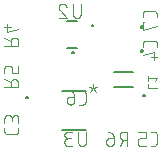
<source format=gbr>
G04 EAGLE Gerber RS-274X export*
G75*
%MOMM*%
%FSLAX34Y34*%
%LPD*%
%INSilkscreen Bottom*%
%IPPOS*%
%AMOC8*
5,1,8,0,0,1.08239X$1,22.5*%
G01*
%ADD10C,0.152400*%
%ADD11C,0.076200*%
%ADD12C,0.127000*%


D10*
X59700Y70610D02*
X59754Y70612D01*
X59808Y70618D01*
X59862Y70627D01*
X59915Y70641D01*
X59966Y70658D01*
X60017Y70679D01*
X60065Y70703D01*
X60112Y70731D01*
X60157Y70762D01*
X60199Y70796D01*
X60239Y70833D01*
X60276Y70873D01*
X60310Y70915D01*
X60341Y70960D01*
X60369Y71007D01*
X60393Y71055D01*
X60414Y71106D01*
X60431Y71157D01*
X60445Y71210D01*
X60454Y71264D01*
X60460Y71318D01*
X60462Y71372D01*
X60460Y71426D01*
X60454Y71480D01*
X60445Y71534D01*
X60431Y71587D01*
X60414Y71638D01*
X60393Y71689D01*
X60369Y71737D01*
X60341Y71784D01*
X60310Y71829D01*
X60276Y71871D01*
X60239Y71911D01*
X60199Y71948D01*
X60157Y71982D01*
X60112Y72013D01*
X60065Y72041D01*
X60017Y72065D01*
X59966Y72086D01*
X59915Y72103D01*
X59862Y72117D01*
X59808Y72126D01*
X59754Y72132D01*
X59700Y72134D01*
X59646Y72132D01*
X59592Y72126D01*
X59538Y72117D01*
X59485Y72103D01*
X59434Y72086D01*
X59383Y72065D01*
X59335Y72041D01*
X59288Y72013D01*
X59243Y71982D01*
X59201Y71948D01*
X59161Y71911D01*
X59124Y71871D01*
X59090Y71829D01*
X59059Y71784D01*
X59031Y71737D01*
X59007Y71689D01*
X58986Y71638D01*
X58969Y71587D01*
X58955Y71534D01*
X58946Y71480D01*
X58940Y71426D01*
X58938Y71372D01*
X58940Y71318D01*
X58946Y71264D01*
X58955Y71210D01*
X58969Y71157D01*
X58986Y71106D01*
X59007Y71055D01*
X59031Y71007D01*
X59059Y70960D01*
X59090Y70915D01*
X59124Y70873D01*
X59161Y70833D01*
X59201Y70796D01*
X59243Y70762D01*
X59288Y70731D01*
X59335Y70703D01*
X59383Y70679D01*
X59434Y70658D01*
X59485Y70641D01*
X59538Y70627D01*
X59592Y70618D01*
X59646Y70612D01*
X59700Y70610D01*
D11*
X40381Y45687D02*
X40381Y43034D01*
X40383Y42932D01*
X40389Y42831D01*
X40399Y42730D01*
X40412Y42629D01*
X40430Y42529D01*
X40451Y42430D01*
X40476Y42331D01*
X40505Y42234D01*
X40537Y42137D01*
X40573Y42042D01*
X40613Y41949D01*
X40656Y41857D01*
X40703Y41767D01*
X40754Y41678D01*
X40807Y41592D01*
X40864Y41508D01*
X40924Y41426D01*
X40987Y41346D01*
X41053Y41269D01*
X41122Y41194D01*
X41194Y41122D01*
X41269Y41053D01*
X41346Y40987D01*
X41426Y40924D01*
X41508Y40864D01*
X41592Y40807D01*
X41678Y40754D01*
X41767Y40703D01*
X41857Y40656D01*
X41949Y40613D01*
X42042Y40573D01*
X42137Y40537D01*
X42234Y40505D01*
X42331Y40476D01*
X42430Y40451D01*
X42529Y40430D01*
X42629Y40412D01*
X42730Y40399D01*
X42831Y40389D01*
X42932Y40383D01*
X43034Y40381D01*
X49666Y40381D01*
X49768Y40383D01*
X49869Y40389D01*
X49970Y40399D01*
X50071Y40412D01*
X50171Y40430D01*
X50270Y40451D01*
X50369Y40476D01*
X50466Y40505D01*
X50563Y40537D01*
X50658Y40573D01*
X50751Y40613D01*
X50843Y40656D01*
X50933Y40703D01*
X51022Y40754D01*
X51108Y40807D01*
X51192Y40864D01*
X51274Y40924D01*
X51354Y40987D01*
X51431Y41053D01*
X51506Y41122D01*
X51578Y41194D01*
X51647Y41269D01*
X51713Y41346D01*
X51776Y41426D01*
X51836Y41508D01*
X51893Y41592D01*
X51946Y41678D01*
X51997Y41767D01*
X52044Y41857D01*
X52087Y41949D01*
X52127Y42042D01*
X52163Y42137D01*
X52195Y42234D01*
X52224Y42331D01*
X52249Y42429D01*
X52270Y42529D01*
X52288Y42629D01*
X52301Y42730D01*
X52311Y42831D01*
X52317Y42932D01*
X52319Y43034D01*
X52319Y45687D01*
X40381Y49935D02*
X40381Y53251D01*
X40383Y53365D01*
X40389Y53480D01*
X40399Y53594D01*
X40413Y53707D01*
X40430Y53821D01*
X40452Y53933D01*
X40477Y54045D01*
X40507Y54155D01*
X40540Y54265D01*
X40577Y54373D01*
X40617Y54480D01*
X40662Y54586D01*
X40709Y54690D01*
X40761Y54792D01*
X40816Y54892D01*
X40874Y54991D01*
X40936Y55087D01*
X41001Y55182D01*
X41069Y55273D01*
X41141Y55363D01*
X41215Y55450D01*
X41292Y55534D01*
X41373Y55616D01*
X41456Y55695D01*
X41541Y55771D01*
X41630Y55844D01*
X41720Y55913D01*
X41813Y55980D01*
X41909Y56043D01*
X42006Y56103D01*
X42106Y56160D01*
X42207Y56213D01*
X42310Y56263D01*
X42415Y56309D01*
X42521Y56352D01*
X42629Y56390D01*
X42738Y56425D01*
X42848Y56456D01*
X42959Y56484D01*
X43071Y56507D01*
X43184Y56527D01*
X43297Y56543D01*
X43411Y56555D01*
X43525Y56563D01*
X43640Y56567D01*
X43754Y56567D01*
X43869Y56563D01*
X43983Y56555D01*
X44097Y56543D01*
X44210Y56527D01*
X44323Y56507D01*
X44435Y56484D01*
X44546Y56456D01*
X44656Y56425D01*
X44765Y56390D01*
X44873Y56352D01*
X44979Y56309D01*
X45084Y56263D01*
X45187Y56213D01*
X45288Y56160D01*
X45388Y56103D01*
X45485Y56043D01*
X45581Y55980D01*
X45674Y55913D01*
X45764Y55844D01*
X45853Y55771D01*
X45938Y55695D01*
X46021Y55616D01*
X46102Y55534D01*
X46179Y55450D01*
X46253Y55363D01*
X46325Y55273D01*
X46393Y55182D01*
X46458Y55087D01*
X46520Y54991D01*
X46578Y54892D01*
X46633Y54792D01*
X46685Y54690D01*
X46732Y54586D01*
X46777Y54480D01*
X46817Y54373D01*
X46854Y54265D01*
X46887Y54155D01*
X46917Y54045D01*
X46942Y53933D01*
X46964Y53821D01*
X46981Y53707D01*
X46995Y53594D01*
X47005Y53480D01*
X47011Y53365D01*
X47013Y53251D01*
X52319Y53914D02*
X52319Y49935D01*
X52319Y53914D02*
X52317Y54016D01*
X52311Y54117D01*
X52301Y54218D01*
X52288Y54319D01*
X52270Y54419D01*
X52249Y54518D01*
X52224Y54617D01*
X52195Y54714D01*
X52163Y54811D01*
X52127Y54906D01*
X52087Y54999D01*
X52044Y55091D01*
X51997Y55181D01*
X51946Y55270D01*
X51893Y55356D01*
X51836Y55440D01*
X51776Y55522D01*
X51713Y55602D01*
X51647Y55679D01*
X51578Y55754D01*
X51506Y55826D01*
X51431Y55895D01*
X51354Y55961D01*
X51274Y56024D01*
X51192Y56084D01*
X51108Y56141D01*
X51022Y56194D01*
X50933Y56245D01*
X50843Y56292D01*
X50751Y56335D01*
X50658Y56375D01*
X50563Y56411D01*
X50466Y56443D01*
X50369Y56472D01*
X50270Y56497D01*
X50171Y56518D01*
X50071Y56536D01*
X49970Y56549D01*
X49869Y56559D01*
X49768Y56565D01*
X49666Y56567D01*
X49564Y56565D01*
X49463Y56559D01*
X49362Y56549D01*
X49261Y56536D01*
X49161Y56518D01*
X49062Y56497D01*
X48963Y56472D01*
X48866Y56443D01*
X48769Y56411D01*
X48674Y56375D01*
X48581Y56335D01*
X48489Y56292D01*
X48399Y56245D01*
X48310Y56194D01*
X48224Y56141D01*
X48140Y56084D01*
X48058Y56024D01*
X47978Y55961D01*
X47901Y55895D01*
X47826Y55826D01*
X47754Y55754D01*
X47685Y55679D01*
X47619Y55602D01*
X47556Y55522D01*
X47496Y55440D01*
X47439Y55356D01*
X47386Y55270D01*
X47335Y55181D01*
X47288Y55091D01*
X47245Y54999D01*
X47205Y54906D01*
X47169Y54811D01*
X47137Y54714D01*
X47108Y54617D01*
X47083Y54518D01*
X47062Y54419D01*
X47044Y54319D01*
X47031Y54218D01*
X47021Y54117D01*
X47015Y54016D01*
X47013Y53914D01*
X47013Y51261D01*
D10*
X156010Y110900D02*
X156012Y110846D01*
X156018Y110792D01*
X156027Y110738D01*
X156041Y110685D01*
X156058Y110634D01*
X156079Y110583D01*
X156103Y110535D01*
X156131Y110488D01*
X156162Y110443D01*
X156196Y110401D01*
X156233Y110361D01*
X156273Y110324D01*
X156315Y110290D01*
X156360Y110259D01*
X156407Y110231D01*
X156455Y110207D01*
X156506Y110186D01*
X156557Y110169D01*
X156610Y110155D01*
X156664Y110146D01*
X156718Y110140D01*
X156772Y110138D01*
X156826Y110140D01*
X156880Y110146D01*
X156934Y110155D01*
X156987Y110169D01*
X157038Y110186D01*
X157089Y110207D01*
X157137Y110231D01*
X157184Y110259D01*
X157229Y110290D01*
X157271Y110324D01*
X157311Y110361D01*
X157348Y110401D01*
X157382Y110443D01*
X157413Y110488D01*
X157441Y110535D01*
X157465Y110583D01*
X157486Y110634D01*
X157503Y110685D01*
X157517Y110738D01*
X157526Y110792D01*
X157532Y110846D01*
X157534Y110900D01*
X157532Y110954D01*
X157526Y111008D01*
X157517Y111062D01*
X157503Y111115D01*
X157486Y111166D01*
X157465Y111217D01*
X157441Y111265D01*
X157413Y111312D01*
X157382Y111357D01*
X157348Y111399D01*
X157311Y111439D01*
X157271Y111476D01*
X157229Y111510D01*
X157184Y111541D01*
X157137Y111569D01*
X157089Y111593D01*
X157038Y111614D01*
X156987Y111631D01*
X156934Y111645D01*
X156880Y111654D01*
X156826Y111660D01*
X156772Y111662D01*
X156718Y111660D01*
X156664Y111654D01*
X156610Y111645D01*
X156557Y111631D01*
X156506Y111614D01*
X156455Y111593D01*
X156407Y111569D01*
X156360Y111541D01*
X156315Y111510D01*
X156273Y111476D01*
X156233Y111439D01*
X156196Y111399D01*
X156162Y111357D01*
X156131Y111312D01*
X156103Y111265D01*
X156079Y111217D01*
X156058Y111166D01*
X156041Y111115D01*
X156027Y111062D01*
X156018Y111008D01*
X156012Y110954D01*
X156010Y110900D01*
D11*
X169619Y114313D02*
X169619Y116966D01*
X169617Y117068D01*
X169611Y117169D01*
X169601Y117270D01*
X169588Y117371D01*
X169570Y117471D01*
X169549Y117570D01*
X169524Y117669D01*
X169495Y117766D01*
X169463Y117863D01*
X169427Y117958D01*
X169387Y118051D01*
X169344Y118143D01*
X169297Y118233D01*
X169246Y118322D01*
X169193Y118408D01*
X169136Y118492D01*
X169076Y118574D01*
X169013Y118654D01*
X168947Y118731D01*
X168878Y118806D01*
X168806Y118878D01*
X168731Y118947D01*
X168654Y119013D01*
X168574Y119076D01*
X168492Y119136D01*
X168408Y119193D01*
X168322Y119246D01*
X168233Y119297D01*
X168143Y119344D01*
X168051Y119387D01*
X167958Y119427D01*
X167863Y119463D01*
X167766Y119495D01*
X167669Y119524D01*
X167570Y119549D01*
X167471Y119570D01*
X167371Y119588D01*
X167270Y119601D01*
X167169Y119611D01*
X167068Y119617D01*
X166966Y119619D01*
X160334Y119619D01*
X160232Y119617D01*
X160131Y119611D01*
X160030Y119601D01*
X159929Y119588D01*
X159829Y119570D01*
X159730Y119549D01*
X159631Y119524D01*
X159534Y119495D01*
X159437Y119463D01*
X159342Y119427D01*
X159249Y119387D01*
X159157Y119344D01*
X159067Y119297D01*
X158978Y119246D01*
X158892Y119193D01*
X158808Y119136D01*
X158726Y119076D01*
X158646Y119013D01*
X158569Y118947D01*
X158494Y118878D01*
X158422Y118806D01*
X158353Y118731D01*
X158287Y118654D01*
X158224Y118574D01*
X158164Y118492D01*
X158107Y118408D01*
X158054Y118322D01*
X158003Y118233D01*
X157956Y118143D01*
X157913Y118051D01*
X157873Y117958D01*
X157837Y117863D01*
X157805Y117767D01*
X157776Y117669D01*
X157751Y117571D01*
X157730Y117471D01*
X157712Y117371D01*
X157699Y117270D01*
X157689Y117169D01*
X157683Y117068D01*
X157681Y116966D01*
X157681Y114313D01*
X157681Y107412D02*
X166966Y110065D01*
X166966Y103433D01*
X164313Y105422D02*
X169619Y105422D01*
D10*
X158700Y73934D02*
X158754Y73932D01*
X158808Y73926D01*
X158862Y73917D01*
X158915Y73903D01*
X158966Y73886D01*
X159017Y73865D01*
X159065Y73841D01*
X159112Y73813D01*
X159157Y73782D01*
X159199Y73748D01*
X159239Y73711D01*
X159276Y73671D01*
X159310Y73629D01*
X159341Y73584D01*
X159369Y73537D01*
X159393Y73489D01*
X159414Y73438D01*
X159431Y73387D01*
X159445Y73334D01*
X159454Y73280D01*
X159460Y73226D01*
X159462Y73172D01*
X159460Y73118D01*
X159454Y73064D01*
X159445Y73010D01*
X159431Y72957D01*
X159414Y72906D01*
X159393Y72855D01*
X159369Y72807D01*
X159341Y72760D01*
X159310Y72715D01*
X159276Y72673D01*
X159239Y72633D01*
X159199Y72596D01*
X159157Y72562D01*
X159112Y72531D01*
X159065Y72503D01*
X159017Y72479D01*
X158966Y72458D01*
X158915Y72441D01*
X158862Y72427D01*
X158808Y72418D01*
X158754Y72412D01*
X158700Y72410D01*
X158646Y72412D01*
X158592Y72418D01*
X158538Y72427D01*
X158485Y72441D01*
X158434Y72458D01*
X158383Y72479D01*
X158335Y72503D01*
X158288Y72531D01*
X158243Y72562D01*
X158201Y72596D01*
X158161Y72633D01*
X158124Y72673D01*
X158090Y72715D01*
X158059Y72760D01*
X158031Y72807D01*
X158007Y72855D01*
X157986Y72906D01*
X157969Y72957D01*
X157955Y73010D01*
X157946Y73064D01*
X157940Y73118D01*
X157938Y73172D01*
X157940Y73226D01*
X157946Y73280D01*
X157955Y73334D01*
X157969Y73387D01*
X157986Y73438D01*
X158007Y73489D01*
X158031Y73537D01*
X158059Y73584D01*
X158090Y73629D01*
X158124Y73671D01*
X158161Y73711D01*
X158201Y73748D01*
X158243Y73782D01*
X158288Y73813D01*
X158335Y73841D01*
X158383Y73865D01*
X158434Y73886D01*
X158485Y73903D01*
X158538Y73917D01*
X158592Y73926D01*
X158646Y73932D01*
X158700Y73934D01*
D11*
X164313Y30381D02*
X166966Y30381D01*
X167068Y30383D01*
X167169Y30389D01*
X167270Y30399D01*
X167371Y30412D01*
X167471Y30430D01*
X167570Y30451D01*
X167669Y30476D01*
X167766Y30505D01*
X167863Y30537D01*
X167958Y30573D01*
X168051Y30613D01*
X168143Y30656D01*
X168233Y30703D01*
X168322Y30754D01*
X168408Y30807D01*
X168492Y30864D01*
X168574Y30924D01*
X168654Y30987D01*
X168731Y31053D01*
X168806Y31122D01*
X168878Y31194D01*
X168947Y31269D01*
X169013Y31346D01*
X169076Y31426D01*
X169136Y31508D01*
X169193Y31592D01*
X169246Y31678D01*
X169297Y31767D01*
X169344Y31857D01*
X169387Y31949D01*
X169427Y32042D01*
X169463Y32137D01*
X169495Y32234D01*
X169524Y32331D01*
X169549Y32430D01*
X169570Y32529D01*
X169588Y32629D01*
X169601Y32730D01*
X169611Y32831D01*
X169617Y32932D01*
X169619Y33034D01*
X169619Y39666D01*
X169617Y39768D01*
X169611Y39869D01*
X169601Y39970D01*
X169588Y40071D01*
X169570Y40171D01*
X169549Y40270D01*
X169524Y40369D01*
X169495Y40466D01*
X169463Y40563D01*
X169427Y40658D01*
X169387Y40751D01*
X169344Y40843D01*
X169297Y40933D01*
X169246Y41022D01*
X169193Y41108D01*
X169136Y41192D01*
X169076Y41274D01*
X169013Y41354D01*
X168947Y41431D01*
X168878Y41506D01*
X168806Y41578D01*
X168731Y41647D01*
X168654Y41713D01*
X168574Y41776D01*
X168492Y41836D01*
X168408Y41893D01*
X168322Y41946D01*
X168233Y41997D01*
X168143Y42044D01*
X168051Y42087D01*
X167958Y42127D01*
X167863Y42163D01*
X167766Y42195D01*
X167669Y42224D01*
X167570Y42249D01*
X167471Y42270D01*
X167371Y42288D01*
X167270Y42301D01*
X167169Y42311D01*
X167068Y42317D01*
X166966Y42319D01*
X164313Y42319D01*
X160065Y30381D02*
X156086Y30381D01*
X155984Y30383D01*
X155883Y30389D01*
X155782Y30399D01*
X155681Y30412D01*
X155581Y30430D01*
X155482Y30451D01*
X155383Y30476D01*
X155286Y30505D01*
X155189Y30537D01*
X155094Y30573D01*
X155001Y30613D01*
X154909Y30656D01*
X154819Y30703D01*
X154730Y30754D01*
X154644Y30807D01*
X154560Y30864D01*
X154478Y30924D01*
X154398Y30987D01*
X154321Y31053D01*
X154246Y31122D01*
X154174Y31194D01*
X154105Y31269D01*
X154039Y31346D01*
X153976Y31426D01*
X153916Y31508D01*
X153859Y31592D01*
X153806Y31678D01*
X153755Y31767D01*
X153708Y31857D01*
X153665Y31949D01*
X153625Y32042D01*
X153589Y32137D01*
X153557Y32233D01*
X153528Y32331D01*
X153503Y32429D01*
X153482Y32529D01*
X153464Y32629D01*
X153451Y32730D01*
X153441Y32831D01*
X153435Y32932D01*
X153433Y33034D01*
X153433Y34360D01*
X153435Y34462D01*
X153441Y34563D01*
X153451Y34664D01*
X153464Y34765D01*
X153482Y34865D01*
X153503Y34964D01*
X153528Y35063D01*
X153557Y35160D01*
X153589Y35257D01*
X153625Y35352D01*
X153665Y35445D01*
X153708Y35537D01*
X153755Y35627D01*
X153806Y35716D01*
X153859Y35802D01*
X153916Y35886D01*
X153976Y35968D01*
X154039Y36048D01*
X154105Y36125D01*
X154174Y36200D01*
X154246Y36272D01*
X154321Y36341D01*
X154398Y36407D01*
X154478Y36470D01*
X154560Y36530D01*
X154644Y36587D01*
X154730Y36640D01*
X154819Y36691D01*
X154909Y36738D01*
X155001Y36781D01*
X155094Y36821D01*
X155189Y36857D01*
X155286Y36889D01*
X155383Y36918D01*
X155482Y36943D01*
X155581Y36964D01*
X155681Y36982D01*
X155782Y36995D01*
X155883Y37005D01*
X155984Y37011D01*
X156086Y37013D01*
X160065Y37013D01*
X160065Y42319D01*
X153433Y42319D01*
D10*
X98300Y108810D02*
X98354Y108812D01*
X98408Y108818D01*
X98462Y108827D01*
X98515Y108841D01*
X98566Y108858D01*
X98617Y108879D01*
X98665Y108903D01*
X98712Y108931D01*
X98757Y108962D01*
X98799Y108996D01*
X98839Y109033D01*
X98876Y109073D01*
X98910Y109115D01*
X98941Y109160D01*
X98969Y109207D01*
X98993Y109255D01*
X99014Y109306D01*
X99031Y109357D01*
X99045Y109410D01*
X99054Y109464D01*
X99060Y109518D01*
X99062Y109572D01*
X99060Y109626D01*
X99054Y109680D01*
X99045Y109734D01*
X99031Y109787D01*
X99014Y109838D01*
X98993Y109889D01*
X98969Y109937D01*
X98941Y109984D01*
X98910Y110029D01*
X98876Y110071D01*
X98839Y110111D01*
X98799Y110148D01*
X98757Y110182D01*
X98712Y110213D01*
X98665Y110241D01*
X98617Y110265D01*
X98566Y110286D01*
X98515Y110303D01*
X98462Y110317D01*
X98408Y110326D01*
X98354Y110332D01*
X98300Y110334D01*
X98246Y110332D01*
X98192Y110326D01*
X98138Y110317D01*
X98085Y110303D01*
X98034Y110286D01*
X97983Y110265D01*
X97935Y110241D01*
X97888Y110213D01*
X97843Y110182D01*
X97801Y110148D01*
X97761Y110111D01*
X97724Y110071D01*
X97690Y110029D01*
X97659Y109984D01*
X97631Y109937D01*
X97607Y109889D01*
X97586Y109838D01*
X97569Y109787D01*
X97555Y109734D01*
X97546Y109680D01*
X97540Y109626D01*
X97538Y109572D01*
X97540Y109518D01*
X97546Y109464D01*
X97555Y109410D01*
X97569Y109357D01*
X97586Y109306D01*
X97607Y109255D01*
X97631Y109207D01*
X97659Y109160D01*
X97690Y109115D01*
X97724Y109073D01*
X97761Y109033D01*
X97801Y108996D01*
X97843Y108962D01*
X97888Y108931D01*
X97935Y108903D01*
X97983Y108879D01*
X98034Y108858D01*
X98085Y108841D01*
X98138Y108827D01*
X98192Y108818D01*
X98246Y108812D01*
X98300Y108810D01*
D11*
X103963Y65447D02*
X106616Y65447D01*
X106718Y65449D01*
X106819Y65455D01*
X106920Y65465D01*
X107021Y65478D01*
X107121Y65496D01*
X107220Y65517D01*
X107319Y65542D01*
X107416Y65571D01*
X107513Y65603D01*
X107608Y65639D01*
X107701Y65679D01*
X107793Y65722D01*
X107883Y65769D01*
X107972Y65820D01*
X108058Y65873D01*
X108142Y65930D01*
X108224Y65990D01*
X108304Y66053D01*
X108381Y66119D01*
X108456Y66188D01*
X108528Y66260D01*
X108597Y66335D01*
X108663Y66412D01*
X108726Y66492D01*
X108786Y66574D01*
X108843Y66658D01*
X108896Y66744D01*
X108947Y66833D01*
X108994Y66923D01*
X109037Y67015D01*
X109077Y67108D01*
X109113Y67203D01*
X109145Y67300D01*
X109174Y67397D01*
X109199Y67496D01*
X109220Y67595D01*
X109238Y67695D01*
X109251Y67796D01*
X109261Y67897D01*
X109267Y67998D01*
X109269Y68100D01*
X109269Y74732D01*
X109267Y74834D01*
X109261Y74935D01*
X109251Y75036D01*
X109238Y75137D01*
X109220Y75237D01*
X109199Y75336D01*
X109174Y75435D01*
X109145Y75532D01*
X109113Y75629D01*
X109077Y75724D01*
X109037Y75817D01*
X108994Y75909D01*
X108947Y75999D01*
X108896Y76088D01*
X108843Y76174D01*
X108786Y76258D01*
X108726Y76340D01*
X108663Y76420D01*
X108597Y76497D01*
X108528Y76572D01*
X108456Y76644D01*
X108381Y76713D01*
X108304Y76779D01*
X108224Y76842D01*
X108142Y76902D01*
X108058Y76959D01*
X107972Y77012D01*
X107883Y77063D01*
X107793Y77110D01*
X107701Y77153D01*
X107608Y77193D01*
X107513Y77229D01*
X107416Y77261D01*
X107319Y77290D01*
X107220Y77315D01*
X107121Y77336D01*
X107021Y77354D01*
X106920Y77367D01*
X106819Y77377D01*
X106718Y77383D01*
X106616Y77385D01*
X103963Y77385D01*
X99715Y72079D02*
X95736Y72079D01*
X95634Y72077D01*
X95533Y72071D01*
X95432Y72061D01*
X95331Y72048D01*
X95231Y72030D01*
X95132Y72009D01*
X95033Y71984D01*
X94936Y71955D01*
X94839Y71923D01*
X94744Y71887D01*
X94651Y71847D01*
X94559Y71804D01*
X94469Y71757D01*
X94380Y71706D01*
X94294Y71653D01*
X94210Y71596D01*
X94128Y71536D01*
X94048Y71473D01*
X93971Y71407D01*
X93896Y71338D01*
X93824Y71266D01*
X93755Y71191D01*
X93689Y71114D01*
X93626Y71034D01*
X93566Y70952D01*
X93509Y70868D01*
X93456Y70782D01*
X93405Y70693D01*
X93358Y70603D01*
X93315Y70511D01*
X93275Y70418D01*
X93239Y70323D01*
X93207Y70226D01*
X93178Y70129D01*
X93153Y70031D01*
X93132Y69931D01*
X93114Y69831D01*
X93101Y69730D01*
X93091Y69629D01*
X93085Y69528D01*
X93083Y69426D01*
X93083Y68763D01*
X93085Y68649D01*
X93091Y68534D01*
X93101Y68420D01*
X93115Y68307D01*
X93132Y68193D01*
X93154Y68081D01*
X93179Y67969D01*
X93209Y67859D01*
X93242Y67749D01*
X93279Y67641D01*
X93319Y67534D01*
X93364Y67428D01*
X93411Y67324D01*
X93463Y67222D01*
X93518Y67122D01*
X93576Y67023D01*
X93638Y66927D01*
X93703Y66832D01*
X93771Y66741D01*
X93843Y66651D01*
X93917Y66564D01*
X93994Y66480D01*
X94075Y66398D01*
X94158Y66319D01*
X94243Y66243D01*
X94332Y66170D01*
X94422Y66101D01*
X94515Y66034D01*
X94611Y65971D01*
X94708Y65911D01*
X94808Y65854D01*
X94909Y65801D01*
X95012Y65751D01*
X95117Y65705D01*
X95223Y65662D01*
X95331Y65624D01*
X95440Y65589D01*
X95550Y65558D01*
X95661Y65530D01*
X95773Y65507D01*
X95886Y65487D01*
X95999Y65471D01*
X96113Y65459D01*
X96227Y65451D01*
X96342Y65447D01*
X96456Y65447D01*
X96571Y65451D01*
X96685Y65459D01*
X96799Y65471D01*
X96912Y65487D01*
X97025Y65507D01*
X97137Y65530D01*
X97248Y65558D01*
X97358Y65589D01*
X97467Y65624D01*
X97575Y65662D01*
X97681Y65705D01*
X97786Y65751D01*
X97889Y65801D01*
X97990Y65854D01*
X98090Y65911D01*
X98187Y65971D01*
X98283Y66034D01*
X98376Y66101D01*
X98466Y66170D01*
X98555Y66243D01*
X98640Y66319D01*
X98723Y66398D01*
X98804Y66480D01*
X98881Y66564D01*
X98955Y66651D01*
X99027Y66741D01*
X99095Y66832D01*
X99160Y66927D01*
X99222Y67023D01*
X99280Y67122D01*
X99335Y67222D01*
X99387Y67324D01*
X99434Y67428D01*
X99479Y67534D01*
X99519Y67641D01*
X99556Y67749D01*
X99589Y67859D01*
X99619Y67969D01*
X99644Y68081D01*
X99666Y68193D01*
X99683Y68307D01*
X99697Y68420D01*
X99707Y68534D01*
X99713Y68649D01*
X99715Y68763D01*
X99715Y72079D01*
X99713Y72223D01*
X99707Y72366D01*
X99697Y72510D01*
X99684Y72653D01*
X99666Y72795D01*
X99645Y72937D01*
X99620Y73079D01*
X99591Y73220D01*
X99558Y73360D01*
X99522Y73499D01*
X99481Y73636D01*
X99437Y73773D01*
X99390Y73909D01*
X99338Y74043D01*
X99283Y74176D01*
X99225Y74307D01*
X99162Y74437D01*
X99097Y74564D01*
X99028Y74690D01*
X98955Y74815D01*
X98880Y74937D01*
X98801Y75057D01*
X98718Y75174D01*
X98633Y75290D01*
X98545Y75403D01*
X98453Y75514D01*
X98359Y75622D01*
X98261Y75728D01*
X98161Y75831D01*
X98058Y75931D01*
X97952Y76029D01*
X97844Y76123D01*
X97733Y76215D01*
X97620Y76303D01*
X97504Y76388D01*
X97387Y76471D01*
X97267Y76550D01*
X97145Y76625D01*
X97020Y76698D01*
X96894Y76767D01*
X96767Y76832D01*
X96637Y76895D01*
X96506Y76953D01*
X96373Y77008D01*
X96239Y77060D01*
X96103Y77107D01*
X95966Y77151D01*
X95829Y77192D01*
X95690Y77228D01*
X95550Y77261D01*
X95409Y77290D01*
X95267Y77315D01*
X95125Y77336D01*
X94983Y77354D01*
X94840Y77367D01*
X94696Y77377D01*
X94553Y77383D01*
X94409Y77385D01*
D10*
X156010Y131300D02*
X156012Y131246D01*
X156018Y131192D01*
X156027Y131138D01*
X156041Y131085D01*
X156058Y131034D01*
X156079Y130983D01*
X156103Y130935D01*
X156131Y130888D01*
X156162Y130843D01*
X156196Y130801D01*
X156233Y130761D01*
X156273Y130724D01*
X156315Y130690D01*
X156360Y130659D01*
X156407Y130631D01*
X156455Y130607D01*
X156506Y130586D01*
X156557Y130569D01*
X156610Y130555D01*
X156664Y130546D01*
X156718Y130540D01*
X156772Y130538D01*
X156826Y130540D01*
X156880Y130546D01*
X156934Y130555D01*
X156987Y130569D01*
X157038Y130586D01*
X157089Y130607D01*
X157137Y130631D01*
X157184Y130659D01*
X157229Y130690D01*
X157271Y130724D01*
X157311Y130761D01*
X157348Y130801D01*
X157382Y130843D01*
X157413Y130888D01*
X157441Y130935D01*
X157465Y130983D01*
X157486Y131034D01*
X157503Y131085D01*
X157517Y131138D01*
X157526Y131192D01*
X157532Y131246D01*
X157534Y131300D01*
X157532Y131354D01*
X157526Y131408D01*
X157517Y131462D01*
X157503Y131515D01*
X157486Y131566D01*
X157465Y131617D01*
X157441Y131665D01*
X157413Y131712D01*
X157382Y131757D01*
X157348Y131799D01*
X157311Y131839D01*
X157271Y131876D01*
X157229Y131910D01*
X157184Y131941D01*
X157137Y131969D01*
X157089Y131993D01*
X157038Y132014D01*
X156987Y132031D01*
X156934Y132045D01*
X156880Y132054D01*
X156826Y132060D01*
X156772Y132062D01*
X156718Y132060D01*
X156664Y132054D01*
X156610Y132045D01*
X156557Y132031D01*
X156506Y132014D01*
X156455Y131993D01*
X156407Y131969D01*
X156360Y131941D01*
X156315Y131910D01*
X156273Y131876D01*
X156233Y131839D01*
X156196Y131799D01*
X156162Y131757D01*
X156131Y131712D01*
X156103Y131665D01*
X156079Y131617D01*
X156058Y131566D01*
X156041Y131515D01*
X156027Y131462D01*
X156018Y131408D01*
X156012Y131354D01*
X156010Y131300D01*
D11*
X169619Y139313D02*
X169619Y141966D01*
X169617Y142068D01*
X169611Y142169D01*
X169601Y142270D01*
X169588Y142371D01*
X169570Y142471D01*
X169549Y142570D01*
X169524Y142669D01*
X169495Y142766D01*
X169463Y142863D01*
X169427Y142958D01*
X169387Y143051D01*
X169344Y143143D01*
X169297Y143233D01*
X169246Y143322D01*
X169193Y143408D01*
X169136Y143492D01*
X169076Y143574D01*
X169013Y143654D01*
X168947Y143731D01*
X168878Y143806D01*
X168806Y143878D01*
X168731Y143947D01*
X168654Y144013D01*
X168574Y144076D01*
X168492Y144136D01*
X168408Y144193D01*
X168322Y144246D01*
X168233Y144297D01*
X168143Y144344D01*
X168051Y144387D01*
X167958Y144427D01*
X167863Y144463D01*
X167766Y144495D01*
X167669Y144524D01*
X167570Y144549D01*
X167471Y144570D01*
X167371Y144588D01*
X167270Y144601D01*
X167169Y144611D01*
X167068Y144617D01*
X166966Y144619D01*
X160334Y144619D01*
X160232Y144617D01*
X160131Y144611D01*
X160030Y144601D01*
X159929Y144588D01*
X159829Y144570D01*
X159730Y144549D01*
X159631Y144524D01*
X159534Y144495D01*
X159437Y144463D01*
X159342Y144427D01*
X159249Y144387D01*
X159157Y144344D01*
X159067Y144297D01*
X158978Y144246D01*
X158892Y144193D01*
X158808Y144136D01*
X158726Y144076D01*
X158646Y144013D01*
X158569Y143947D01*
X158494Y143878D01*
X158422Y143806D01*
X158353Y143731D01*
X158287Y143654D01*
X158224Y143574D01*
X158164Y143492D01*
X158107Y143408D01*
X158054Y143322D01*
X158003Y143233D01*
X157956Y143143D01*
X157913Y143051D01*
X157873Y142958D01*
X157837Y142863D01*
X157805Y142767D01*
X157776Y142669D01*
X157751Y142571D01*
X157730Y142471D01*
X157712Y142371D01*
X157699Y142270D01*
X157689Y142169D01*
X157683Y142068D01*
X157681Y141966D01*
X157681Y139313D01*
X157681Y135065D02*
X159007Y135065D01*
X157681Y135065D02*
X157681Y128433D01*
X169619Y131749D01*
D12*
X149400Y93250D02*
X133400Y93250D01*
X133400Y79950D02*
X149400Y79950D01*
D11*
X162375Y79606D02*
X169619Y79606D01*
X162375Y79606D02*
X162375Y82826D01*
X168009Y85595D02*
X169619Y87607D01*
X162375Y87607D01*
X162375Y85595D02*
X162375Y89619D01*
X52319Y115381D02*
X40381Y115381D01*
X52319Y115381D02*
X52319Y118697D01*
X52317Y118811D01*
X52311Y118926D01*
X52301Y119040D01*
X52287Y119153D01*
X52270Y119267D01*
X52248Y119379D01*
X52223Y119491D01*
X52193Y119601D01*
X52160Y119711D01*
X52123Y119819D01*
X52083Y119926D01*
X52038Y120032D01*
X51991Y120136D01*
X51939Y120238D01*
X51884Y120338D01*
X51826Y120437D01*
X51764Y120533D01*
X51699Y120628D01*
X51631Y120719D01*
X51559Y120809D01*
X51485Y120896D01*
X51408Y120980D01*
X51327Y121062D01*
X51244Y121141D01*
X51159Y121217D01*
X51070Y121290D01*
X50980Y121359D01*
X50887Y121426D01*
X50791Y121489D01*
X50694Y121549D01*
X50594Y121606D01*
X50493Y121659D01*
X50390Y121709D01*
X50285Y121755D01*
X50179Y121798D01*
X50071Y121836D01*
X49962Y121871D01*
X49852Y121902D01*
X49741Y121930D01*
X49629Y121953D01*
X49516Y121973D01*
X49403Y121989D01*
X49289Y122001D01*
X49175Y122009D01*
X49060Y122013D01*
X48946Y122013D01*
X48831Y122009D01*
X48717Y122001D01*
X48603Y121989D01*
X48490Y121973D01*
X48377Y121953D01*
X48265Y121930D01*
X48154Y121902D01*
X48044Y121871D01*
X47935Y121836D01*
X47827Y121798D01*
X47721Y121755D01*
X47616Y121709D01*
X47513Y121659D01*
X47412Y121606D01*
X47312Y121549D01*
X47215Y121489D01*
X47119Y121426D01*
X47026Y121359D01*
X46936Y121290D01*
X46847Y121217D01*
X46762Y121141D01*
X46679Y121062D01*
X46598Y120980D01*
X46521Y120896D01*
X46447Y120809D01*
X46375Y120719D01*
X46307Y120628D01*
X46242Y120533D01*
X46180Y120437D01*
X46122Y120338D01*
X46067Y120238D01*
X46015Y120136D01*
X45968Y120032D01*
X45923Y119926D01*
X45883Y119819D01*
X45846Y119711D01*
X45813Y119601D01*
X45783Y119491D01*
X45758Y119379D01*
X45736Y119267D01*
X45719Y119153D01*
X45705Y119040D01*
X45695Y118926D01*
X45689Y118811D01*
X45687Y118697D01*
X45687Y115381D01*
X45687Y119360D02*
X40381Y122013D01*
X43034Y126747D02*
X52319Y129399D01*
X43034Y126747D02*
X43034Y133379D01*
X45687Y131389D02*
X40381Y131389D01*
X40381Y80381D02*
X52319Y80381D01*
X52319Y83697D01*
X52317Y83811D01*
X52311Y83926D01*
X52301Y84040D01*
X52287Y84153D01*
X52270Y84267D01*
X52248Y84379D01*
X52223Y84491D01*
X52193Y84601D01*
X52160Y84711D01*
X52123Y84819D01*
X52083Y84926D01*
X52038Y85032D01*
X51991Y85136D01*
X51939Y85238D01*
X51884Y85338D01*
X51826Y85437D01*
X51764Y85533D01*
X51699Y85628D01*
X51631Y85719D01*
X51559Y85809D01*
X51485Y85896D01*
X51408Y85980D01*
X51327Y86062D01*
X51244Y86141D01*
X51159Y86217D01*
X51070Y86290D01*
X50980Y86359D01*
X50887Y86426D01*
X50791Y86489D01*
X50694Y86549D01*
X50594Y86606D01*
X50493Y86659D01*
X50390Y86709D01*
X50285Y86755D01*
X50179Y86798D01*
X50071Y86836D01*
X49962Y86871D01*
X49852Y86902D01*
X49741Y86930D01*
X49629Y86953D01*
X49516Y86973D01*
X49403Y86989D01*
X49289Y87001D01*
X49175Y87009D01*
X49060Y87013D01*
X48946Y87013D01*
X48831Y87009D01*
X48717Y87001D01*
X48603Y86989D01*
X48490Y86973D01*
X48377Y86953D01*
X48265Y86930D01*
X48154Y86902D01*
X48044Y86871D01*
X47935Y86836D01*
X47827Y86798D01*
X47721Y86755D01*
X47616Y86709D01*
X47513Y86659D01*
X47412Y86606D01*
X47312Y86549D01*
X47215Y86489D01*
X47119Y86426D01*
X47026Y86359D01*
X46936Y86290D01*
X46847Y86217D01*
X46762Y86141D01*
X46679Y86062D01*
X46598Y85980D01*
X46521Y85896D01*
X46447Y85809D01*
X46375Y85719D01*
X46307Y85628D01*
X46242Y85533D01*
X46180Y85437D01*
X46122Y85338D01*
X46067Y85238D01*
X46015Y85136D01*
X45968Y85032D01*
X45923Y84926D01*
X45883Y84819D01*
X45846Y84711D01*
X45813Y84601D01*
X45783Y84491D01*
X45758Y84379D01*
X45736Y84267D01*
X45719Y84153D01*
X45705Y84040D01*
X45695Y83926D01*
X45689Y83811D01*
X45687Y83697D01*
X45687Y80381D01*
X45687Y84360D02*
X40381Y87013D01*
X40381Y91747D02*
X40381Y95726D01*
X40383Y95828D01*
X40389Y95929D01*
X40399Y96030D01*
X40412Y96131D01*
X40430Y96231D01*
X40451Y96330D01*
X40476Y96429D01*
X40505Y96526D01*
X40537Y96623D01*
X40573Y96718D01*
X40613Y96811D01*
X40656Y96903D01*
X40703Y96993D01*
X40754Y97082D01*
X40807Y97168D01*
X40864Y97252D01*
X40924Y97334D01*
X40987Y97414D01*
X41053Y97491D01*
X41122Y97566D01*
X41194Y97638D01*
X41269Y97707D01*
X41346Y97773D01*
X41426Y97836D01*
X41508Y97896D01*
X41592Y97953D01*
X41678Y98006D01*
X41767Y98057D01*
X41857Y98104D01*
X41949Y98147D01*
X42042Y98187D01*
X42137Y98223D01*
X42234Y98255D01*
X42331Y98284D01*
X42429Y98309D01*
X42529Y98330D01*
X42629Y98348D01*
X42730Y98361D01*
X42831Y98371D01*
X42932Y98377D01*
X43034Y98379D01*
X44360Y98379D01*
X44462Y98377D01*
X44563Y98371D01*
X44664Y98361D01*
X44765Y98348D01*
X44865Y98330D01*
X44964Y98309D01*
X45063Y98284D01*
X45160Y98255D01*
X45257Y98223D01*
X45352Y98187D01*
X45445Y98147D01*
X45537Y98104D01*
X45627Y98057D01*
X45716Y98006D01*
X45802Y97953D01*
X45886Y97896D01*
X45968Y97836D01*
X46048Y97773D01*
X46125Y97707D01*
X46200Y97638D01*
X46272Y97566D01*
X46341Y97491D01*
X46407Y97414D01*
X46470Y97334D01*
X46530Y97252D01*
X46587Y97168D01*
X46640Y97082D01*
X46691Y96993D01*
X46738Y96903D01*
X46781Y96811D01*
X46821Y96718D01*
X46857Y96623D01*
X46889Y96526D01*
X46918Y96429D01*
X46943Y96330D01*
X46964Y96231D01*
X46982Y96131D01*
X46995Y96030D01*
X47005Y95929D01*
X47011Y95828D01*
X47013Y95726D01*
X47013Y91747D01*
X52319Y91747D01*
X52319Y98379D01*
X144619Y42319D02*
X144619Y30381D01*
X144619Y42319D02*
X141303Y42319D01*
X141189Y42317D01*
X141074Y42311D01*
X140960Y42301D01*
X140847Y42287D01*
X140733Y42270D01*
X140621Y42248D01*
X140509Y42223D01*
X140399Y42193D01*
X140289Y42160D01*
X140181Y42123D01*
X140074Y42083D01*
X139968Y42038D01*
X139864Y41991D01*
X139762Y41939D01*
X139662Y41884D01*
X139563Y41826D01*
X139467Y41764D01*
X139372Y41699D01*
X139281Y41631D01*
X139191Y41559D01*
X139104Y41485D01*
X139020Y41408D01*
X138938Y41327D01*
X138859Y41244D01*
X138783Y41159D01*
X138710Y41070D01*
X138641Y40980D01*
X138574Y40887D01*
X138511Y40791D01*
X138451Y40694D01*
X138394Y40594D01*
X138341Y40493D01*
X138291Y40390D01*
X138245Y40285D01*
X138202Y40179D01*
X138164Y40071D01*
X138129Y39962D01*
X138098Y39852D01*
X138070Y39741D01*
X138047Y39629D01*
X138027Y39516D01*
X138011Y39403D01*
X137999Y39289D01*
X137991Y39175D01*
X137987Y39060D01*
X137987Y38946D01*
X137991Y38831D01*
X137999Y38717D01*
X138011Y38603D01*
X138027Y38490D01*
X138047Y38377D01*
X138070Y38265D01*
X138098Y38154D01*
X138129Y38044D01*
X138164Y37935D01*
X138202Y37827D01*
X138245Y37721D01*
X138291Y37616D01*
X138341Y37513D01*
X138394Y37412D01*
X138451Y37312D01*
X138511Y37215D01*
X138574Y37119D01*
X138641Y37026D01*
X138710Y36936D01*
X138783Y36847D01*
X138859Y36762D01*
X138938Y36679D01*
X139020Y36598D01*
X139104Y36521D01*
X139191Y36447D01*
X139281Y36375D01*
X139372Y36307D01*
X139467Y36242D01*
X139563Y36180D01*
X139662Y36122D01*
X139762Y36067D01*
X139864Y36015D01*
X139968Y35968D01*
X140074Y35923D01*
X140181Y35883D01*
X140289Y35846D01*
X140399Y35813D01*
X140509Y35783D01*
X140621Y35758D01*
X140733Y35736D01*
X140847Y35719D01*
X140960Y35705D01*
X141074Y35695D01*
X141189Y35689D01*
X141303Y35687D01*
X144619Y35687D01*
X140640Y35687D02*
X137987Y30381D01*
X133253Y37013D02*
X129274Y37013D01*
X129172Y37011D01*
X129071Y37005D01*
X128970Y36995D01*
X128869Y36982D01*
X128769Y36964D01*
X128670Y36943D01*
X128571Y36918D01*
X128474Y36889D01*
X128377Y36857D01*
X128282Y36821D01*
X128189Y36781D01*
X128097Y36738D01*
X128007Y36691D01*
X127918Y36640D01*
X127832Y36587D01*
X127748Y36530D01*
X127666Y36470D01*
X127586Y36407D01*
X127509Y36341D01*
X127434Y36272D01*
X127362Y36200D01*
X127293Y36125D01*
X127227Y36048D01*
X127164Y35968D01*
X127104Y35886D01*
X127047Y35802D01*
X126994Y35716D01*
X126943Y35627D01*
X126896Y35537D01*
X126853Y35445D01*
X126813Y35352D01*
X126777Y35257D01*
X126745Y35160D01*
X126716Y35063D01*
X126691Y34965D01*
X126670Y34865D01*
X126652Y34765D01*
X126639Y34664D01*
X126629Y34563D01*
X126623Y34462D01*
X126621Y34360D01*
X126621Y33697D01*
X126623Y33583D01*
X126629Y33468D01*
X126639Y33354D01*
X126653Y33241D01*
X126670Y33127D01*
X126692Y33015D01*
X126717Y32903D01*
X126747Y32793D01*
X126780Y32683D01*
X126817Y32575D01*
X126857Y32468D01*
X126902Y32362D01*
X126949Y32258D01*
X127001Y32156D01*
X127056Y32056D01*
X127114Y31957D01*
X127176Y31861D01*
X127241Y31766D01*
X127309Y31675D01*
X127381Y31585D01*
X127455Y31498D01*
X127532Y31414D01*
X127613Y31332D01*
X127696Y31253D01*
X127781Y31177D01*
X127870Y31104D01*
X127960Y31035D01*
X128053Y30968D01*
X128149Y30905D01*
X128246Y30845D01*
X128346Y30788D01*
X128447Y30735D01*
X128550Y30685D01*
X128655Y30639D01*
X128761Y30596D01*
X128869Y30558D01*
X128978Y30523D01*
X129088Y30492D01*
X129199Y30464D01*
X129311Y30441D01*
X129424Y30421D01*
X129537Y30405D01*
X129651Y30393D01*
X129765Y30385D01*
X129880Y30381D01*
X129994Y30381D01*
X130109Y30385D01*
X130223Y30393D01*
X130337Y30405D01*
X130450Y30421D01*
X130563Y30441D01*
X130675Y30464D01*
X130786Y30492D01*
X130896Y30523D01*
X131005Y30558D01*
X131113Y30596D01*
X131219Y30639D01*
X131324Y30685D01*
X131427Y30735D01*
X131528Y30788D01*
X131628Y30845D01*
X131725Y30905D01*
X131821Y30968D01*
X131914Y31035D01*
X132004Y31104D01*
X132093Y31177D01*
X132178Y31253D01*
X132261Y31332D01*
X132342Y31414D01*
X132419Y31498D01*
X132493Y31585D01*
X132565Y31675D01*
X132633Y31766D01*
X132698Y31861D01*
X132760Y31957D01*
X132818Y32056D01*
X132873Y32156D01*
X132925Y32258D01*
X132972Y32362D01*
X133017Y32468D01*
X133057Y32575D01*
X133094Y32683D01*
X133127Y32793D01*
X133157Y32903D01*
X133182Y33015D01*
X133204Y33127D01*
X133221Y33241D01*
X133235Y33354D01*
X133245Y33468D01*
X133251Y33583D01*
X133253Y33697D01*
X133253Y37013D01*
X133254Y37013D02*
X133252Y37157D01*
X133246Y37300D01*
X133236Y37444D01*
X133223Y37587D01*
X133205Y37729D01*
X133184Y37871D01*
X133159Y38013D01*
X133130Y38154D01*
X133097Y38294D01*
X133061Y38433D01*
X133020Y38570D01*
X132976Y38707D01*
X132929Y38843D01*
X132877Y38977D01*
X132822Y39110D01*
X132764Y39241D01*
X132701Y39371D01*
X132636Y39498D01*
X132567Y39624D01*
X132494Y39749D01*
X132419Y39871D01*
X132340Y39991D01*
X132257Y40108D01*
X132172Y40224D01*
X132084Y40337D01*
X131992Y40448D01*
X131898Y40556D01*
X131800Y40662D01*
X131700Y40765D01*
X131597Y40865D01*
X131491Y40963D01*
X131383Y41057D01*
X131272Y41149D01*
X131159Y41237D01*
X131043Y41322D01*
X130926Y41405D01*
X130806Y41484D01*
X130684Y41559D01*
X130559Y41632D01*
X130433Y41701D01*
X130306Y41766D01*
X130176Y41829D01*
X130045Y41887D01*
X129912Y41942D01*
X129778Y41994D01*
X129642Y42041D01*
X129505Y42085D01*
X129368Y42126D01*
X129229Y42162D01*
X129089Y42195D01*
X128948Y42224D01*
X128806Y42249D01*
X128664Y42270D01*
X128522Y42288D01*
X128379Y42301D01*
X128235Y42311D01*
X128092Y42317D01*
X127948Y42319D01*
D10*
X101918Y113016D02*
X93282Y113016D01*
X93282Y136384D02*
X101918Y136384D01*
X114364Y132828D02*
X114413Y132838D01*
X114463Y132844D01*
X114514Y132847D01*
X114564Y132846D01*
X114614Y132840D01*
X114664Y132831D01*
X114713Y132818D01*
X114761Y132802D01*
X114807Y132782D01*
X114852Y132758D01*
X114894Y132731D01*
X114935Y132700D01*
X114972Y132667D01*
X115008Y132631D01*
X115040Y132592D01*
X115069Y132551D01*
X115095Y132508D01*
X115118Y132463D01*
X115137Y132416D01*
X115152Y132368D01*
X115164Y132319D01*
X115172Y132269D01*
X115176Y132218D01*
X115176Y132168D01*
X115172Y132117D01*
X115164Y132067D01*
X115152Y132018D01*
X115137Y131970D01*
X115118Y131923D01*
X115095Y131878D01*
X115069Y131835D01*
X115040Y131794D01*
X115008Y131755D01*
X114972Y131719D01*
X114935Y131686D01*
X114894Y131655D01*
X114852Y131628D01*
X114807Y131604D01*
X114761Y131584D01*
X114713Y131568D01*
X114664Y131555D01*
X114614Y131546D01*
X114564Y131540D01*
X114514Y131539D01*
X114463Y131542D01*
X114413Y131548D01*
X114364Y131558D01*
D11*
X104985Y142047D02*
X104985Y150669D01*
X104985Y142047D02*
X104983Y141933D01*
X104977Y141818D01*
X104967Y141704D01*
X104953Y141591D01*
X104936Y141477D01*
X104914Y141365D01*
X104889Y141253D01*
X104859Y141143D01*
X104826Y141033D01*
X104789Y140925D01*
X104749Y140818D01*
X104704Y140712D01*
X104657Y140608D01*
X104605Y140506D01*
X104550Y140406D01*
X104492Y140307D01*
X104430Y140211D01*
X104365Y140116D01*
X104297Y140025D01*
X104225Y139935D01*
X104151Y139848D01*
X104074Y139764D01*
X103993Y139682D01*
X103910Y139603D01*
X103825Y139527D01*
X103736Y139454D01*
X103646Y139385D01*
X103553Y139318D01*
X103457Y139255D01*
X103360Y139195D01*
X103260Y139138D01*
X103159Y139085D01*
X103056Y139035D01*
X102951Y138989D01*
X102845Y138946D01*
X102737Y138908D01*
X102628Y138873D01*
X102518Y138842D01*
X102407Y138814D01*
X102295Y138791D01*
X102182Y138771D01*
X102069Y138755D01*
X101955Y138743D01*
X101841Y138735D01*
X101726Y138731D01*
X101612Y138731D01*
X101497Y138735D01*
X101383Y138743D01*
X101269Y138755D01*
X101156Y138771D01*
X101043Y138791D01*
X100931Y138814D01*
X100820Y138842D01*
X100710Y138873D01*
X100601Y138908D01*
X100493Y138946D01*
X100387Y138989D01*
X100282Y139035D01*
X100179Y139085D01*
X100078Y139138D01*
X99978Y139195D01*
X99881Y139255D01*
X99785Y139318D01*
X99692Y139385D01*
X99602Y139454D01*
X99513Y139527D01*
X99428Y139603D01*
X99345Y139682D01*
X99264Y139764D01*
X99187Y139848D01*
X99113Y139935D01*
X99041Y140025D01*
X98973Y140116D01*
X98908Y140211D01*
X98846Y140307D01*
X98788Y140406D01*
X98733Y140506D01*
X98681Y140608D01*
X98634Y140712D01*
X98589Y140818D01*
X98549Y140925D01*
X98512Y141033D01*
X98479Y141143D01*
X98449Y141253D01*
X98424Y141365D01*
X98402Y141477D01*
X98385Y141591D01*
X98371Y141704D01*
X98361Y141818D01*
X98355Y141933D01*
X98353Y142047D01*
X98353Y150669D01*
X89526Y150670D02*
X89419Y150668D01*
X89313Y150662D01*
X89207Y150653D01*
X89101Y150640D01*
X88996Y150623D01*
X88891Y150602D01*
X88788Y150577D01*
X88685Y150549D01*
X88583Y150517D01*
X88483Y150482D01*
X88384Y150443D01*
X88286Y150400D01*
X88190Y150354D01*
X88095Y150305D01*
X88003Y150252D01*
X87912Y150196D01*
X87824Y150137D01*
X87737Y150075D01*
X87653Y150009D01*
X87571Y149941D01*
X87492Y149870D01*
X87415Y149796D01*
X87341Y149719D01*
X87270Y149640D01*
X87202Y149558D01*
X87136Y149474D01*
X87074Y149387D01*
X87015Y149299D01*
X86959Y149208D01*
X86906Y149116D01*
X86857Y149021D01*
X86811Y148925D01*
X86768Y148827D01*
X86729Y148728D01*
X86694Y148628D01*
X86662Y148526D01*
X86634Y148423D01*
X86609Y148320D01*
X86588Y148215D01*
X86571Y148110D01*
X86558Y148004D01*
X86549Y147898D01*
X86543Y147792D01*
X86541Y147685D01*
X89526Y150669D02*
X89647Y150667D01*
X89767Y150661D01*
X89887Y150652D01*
X90007Y150639D01*
X90126Y150622D01*
X90245Y150601D01*
X90363Y150577D01*
X90480Y150548D01*
X90596Y150517D01*
X90712Y150481D01*
X90826Y150442D01*
X90938Y150399D01*
X91050Y150353D01*
X91160Y150304D01*
X91268Y150250D01*
X91374Y150194D01*
X91479Y150134D01*
X91582Y150071D01*
X91682Y150005D01*
X91781Y149936D01*
X91877Y149863D01*
X91971Y149788D01*
X92063Y149710D01*
X92152Y149628D01*
X92239Y149544D01*
X92323Y149458D01*
X92404Y149369D01*
X92482Y149277D01*
X92557Y149183D01*
X92629Y149086D01*
X92699Y148988D01*
X92765Y148887D01*
X92828Y148784D01*
X92887Y148679D01*
X92944Y148573D01*
X92997Y148464D01*
X93046Y148355D01*
X93092Y148243D01*
X93135Y148130D01*
X93173Y148016D01*
X87536Y145363D02*
X87456Y145443D01*
X87378Y145525D01*
X87304Y145609D01*
X87232Y145697D01*
X87164Y145787D01*
X87098Y145879D01*
X87036Y145973D01*
X86978Y146069D01*
X86923Y146168D01*
X86871Y146268D01*
X86823Y146370D01*
X86778Y146474D01*
X86738Y146579D01*
X86701Y146686D01*
X86667Y146794D01*
X86638Y146903D01*
X86612Y147013D01*
X86591Y147124D01*
X86573Y147235D01*
X86559Y147347D01*
X86549Y147459D01*
X86543Y147572D01*
X86541Y147685D01*
X87537Y145363D02*
X93174Y138731D01*
X86542Y138731D01*
D10*
X88940Y44144D02*
X109260Y44144D01*
X109260Y76656D02*
X88940Y76656D01*
D11*
X115391Y79140D02*
X115391Y83119D01*
X115391Y79140D02*
X113070Y76155D01*
X115391Y79140D02*
X117713Y76155D01*
X115391Y79140D02*
X111744Y80466D01*
X115391Y79140D02*
X119039Y80466D01*
X109619Y42319D02*
X109619Y33697D01*
X109617Y33583D01*
X109611Y33468D01*
X109601Y33354D01*
X109587Y33241D01*
X109570Y33127D01*
X109548Y33015D01*
X109523Y32903D01*
X109493Y32793D01*
X109460Y32683D01*
X109423Y32575D01*
X109383Y32468D01*
X109338Y32362D01*
X109291Y32258D01*
X109239Y32156D01*
X109184Y32056D01*
X109126Y31957D01*
X109064Y31861D01*
X108999Y31766D01*
X108931Y31675D01*
X108859Y31585D01*
X108785Y31498D01*
X108708Y31414D01*
X108627Y31332D01*
X108544Y31253D01*
X108459Y31177D01*
X108370Y31104D01*
X108280Y31035D01*
X108187Y30968D01*
X108091Y30905D01*
X107994Y30845D01*
X107894Y30788D01*
X107793Y30735D01*
X107690Y30685D01*
X107585Y30639D01*
X107479Y30596D01*
X107371Y30558D01*
X107262Y30523D01*
X107152Y30492D01*
X107041Y30464D01*
X106929Y30441D01*
X106816Y30421D01*
X106703Y30405D01*
X106589Y30393D01*
X106475Y30385D01*
X106360Y30381D01*
X106246Y30381D01*
X106131Y30385D01*
X106017Y30393D01*
X105903Y30405D01*
X105790Y30421D01*
X105677Y30441D01*
X105565Y30464D01*
X105454Y30492D01*
X105344Y30523D01*
X105235Y30558D01*
X105127Y30596D01*
X105021Y30639D01*
X104916Y30685D01*
X104813Y30735D01*
X104712Y30788D01*
X104612Y30845D01*
X104515Y30905D01*
X104419Y30968D01*
X104326Y31035D01*
X104236Y31104D01*
X104147Y31177D01*
X104062Y31253D01*
X103979Y31332D01*
X103898Y31414D01*
X103821Y31498D01*
X103747Y31585D01*
X103675Y31675D01*
X103607Y31766D01*
X103542Y31861D01*
X103480Y31957D01*
X103422Y32056D01*
X103367Y32156D01*
X103315Y32258D01*
X103268Y32362D01*
X103223Y32468D01*
X103183Y32575D01*
X103146Y32683D01*
X103113Y32793D01*
X103083Y32903D01*
X103058Y33015D01*
X103036Y33127D01*
X103019Y33241D01*
X103005Y33354D01*
X102995Y33468D01*
X102989Y33583D01*
X102987Y33697D01*
X102987Y42319D01*
X97808Y30381D02*
X94492Y30381D01*
X94378Y30383D01*
X94263Y30389D01*
X94149Y30399D01*
X94036Y30413D01*
X93922Y30430D01*
X93810Y30452D01*
X93698Y30477D01*
X93588Y30507D01*
X93478Y30540D01*
X93370Y30577D01*
X93263Y30617D01*
X93157Y30662D01*
X93053Y30709D01*
X92951Y30761D01*
X92851Y30816D01*
X92752Y30874D01*
X92656Y30936D01*
X92561Y31001D01*
X92470Y31069D01*
X92380Y31141D01*
X92293Y31215D01*
X92209Y31292D01*
X92127Y31373D01*
X92048Y31456D01*
X91972Y31541D01*
X91899Y31630D01*
X91830Y31720D01*
X91763Y31813D01*
X91700Y31909D01*
X91640Y32006D01*
X91583Y32106D01*
X91530Y32207D01*
X91480Y32310D01*
X91434Y32415D01*
X91391Y32521D01*
X91353Y32629D01*
X91318Y32738D01*
X91287Y32848D01*
X91259Y32959D01*
X91236Y33071D01*
X91216Y33184D01*
X91200Y33297D01*
X91188Y33411D01*
X91180Y33525D01*
X91176Y33640D01*
X91176Y33754D01*
X91180Y33869D01*
X91188Y33983D01*
X91200Y34097D01*
X91216Y34210D01*
X91236Y34323D01*
X91259Y34435D01*
X91287Y34546D01*
X91318Y34656D01*
X91353Y34765D01*
X91391Y34873D01*
X91434Y34979D01*
X91480Y35084D01*
X91530Y35187D01*
X91583Y35288D01*
X91640Y35388D01*
X91700Y35485D01*
X91763Y35581D01*
X91830Y35674D01*
X91899Y35764D01*
X91972Y35853D01*
X92048Y35938D01*
X92127Y36021D01*
X92209Y36102D01*
X92293Y36179D01*
X92380Y36253D01*
X92470Y36325D01*
X92561Y36393D01*
X92656Y36458D01*
X92752Y36520D01*
X92851Y36578D01*
X92951Y36633D01*
X93053Y36685D01*
X93157Y36732D01*
X93263Y36777D01*
X93370Y36817D01*
X93478Y36854D01*
X93588Y36887D01*
X93698Y36917D01*
X93810Y36942D01*
X93922Y36964D01*
X94036Y36981D01*
X94149Y36995D01*
X94263Y37005D01*
X94378Y37011D01*
X94492Y37013D01*
X93829Y42319D02*
X97808Y42319D01*
X93829Y42319D02*
X93727Y42317D01*
X93626Y42311D01*
X93525Y42301D01*
X93424Y42288D01*
X93324Y42270D01*
X93225Y42249D01*
X93126Y42224D01*
X93029Y42195D01*
X92932Y42163D01*
X92837Y42127D01*
X92744Y42087D01*
X92652Y42044D01*
X92562Y41997D01*
X92473Y41946D01*
X92387Y41893D01*
X92303Y41836D01*
X92221Y41776D01*
X92141Y41713D01*
X92064Y41647D01*
X91989Y41578D01*
X91917Y41506D01*
X91848Y41431D01*
X91782Y41354D01*
X91719Y41274D01*
X91659Y41192D01*
X91602Y41108D01*
X91549Y41022D01*
X91498Y40933D01*
X91451Y40843D01*
X91408Y40751D01*
X91368Y40658D01*
X91332Y40563D01*
X91300Y40466D01*
X91271Y40369D01*
X91246Y40270D01*
X91225Y40171D01*
X91207Y40071D01*
X91194Y39970D01*
X91184Y39869D01*
X91178Y39768D01*
X91176Y39666D01*
X91178Y39564D01*
X91184Y39463D01*
X91194Y39362D01*
X91207Y39261D01*
X91225Y39161D01*
X91246Y39062D01*
X91271Y38963D01*
X91300Y38866D01*
X91332Y38769D01*
X91368Y38674D01*
X91408Y38581D01*
X91451Y38489D01*
X91498Y38399D01*
X91549Y38310D01*
X91602Y38224D01*
X91659Y38140D01*
X91719Y38058D01*
X91782Y37978D01*
X91848Y37901D01*
X91917Y37826D01*
X91989Y37754D01*
X92064Y37685D01*
X92141Y37619D01*
X92221Y37556D01*
X92303Y37496D01*
X92387Y37439D01*
X92473Y37386D01*
X92562Y37335D01*
X92652Y37288D01*
X92744Y37245D01*
X92837Y37205D01*
X92932Y37169D01*
X93029Y37137D01*
X93126Y37108D01*
X93225Y37083D01*
X93324Y37062D01*
X93424Y37044D01*
X93525Y37031D01*
X93626Y37021D01*
X93727Y37015D01*
X93829Y37013D01*
X96482Y37013D01*
M02*

</source>
